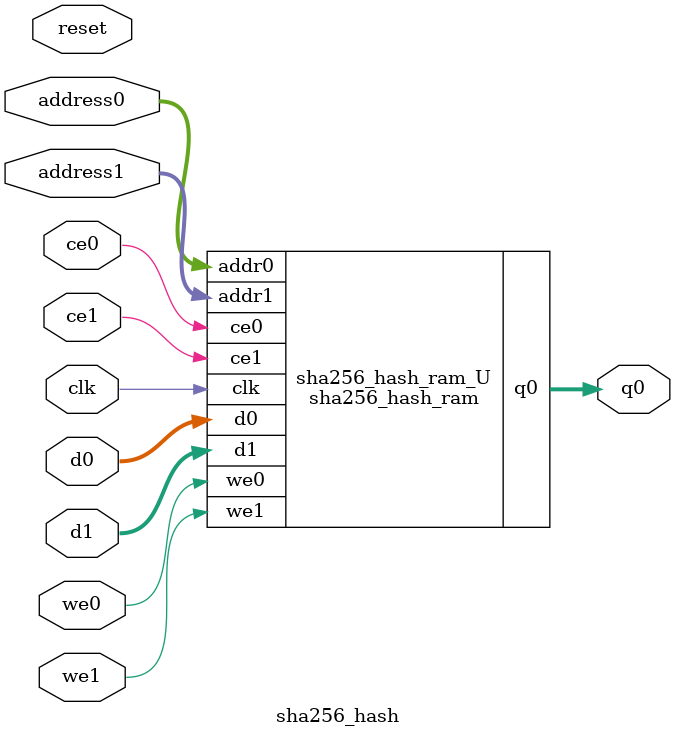
<source format=v>
`timescale 1 ns / 1 ps
module sha256_hash_ram (addr0, ce0, d0, we0, q0, addr1, ce1, d1, we1,  clk);

parameter DWIDTH = 8;
parameter AWIDTH = 5;
parameter MEM_SIZE = 32;

input[AWIDTH-1:0] addr0;
input ce0;
input[DWIDTH-1:0] d0;
input we0;
output reg[DWIDTH-1:0] q0;
input[AWIDTH-1:0] addr1;
input ce1;
input[DWIDTH-1:0] d1;
input we1;
input clk;

reg [DWIDTH-1:0] ram[0:MEM_SIZE-1];




always @(posedge clk)  
begin 
    if (ce0) begin
        if (we0) 
            ram[addr0] <= d0; 
        q0 <= ram[addr0];
    end
end


always @(posedge clk)  
begin 
    if (ce1) begin
        if (we1) 
            ram[addr1] <= d1; 
    end
end


endmodule

`timescale 1 ns / 1 ps
module sha256_hash(
    reset,
    clk,
    address0,
    ce0,
    we0,
    d0,
    q0,
    address1,
    ce1,
    we1,
    d1);

parameter DataWidth = 32'd8;
parameter AddressRange = 32'd32;
parameter AddressWidth = 32'd5;
input reset;
input clk;
input[AddressWidth - 1:0] address0;
input ce0;
input we0;
input[DataWidth - 1:0] d0;
output[DataWidth - 1:0] q0;
input[AddressWidth - 1:0] address1;
input ce1;
input we1;
input[DataWidth - 1:0] d1;



sha256_hash_ram sha256_hash_ram_U(
    .clk( clk ),
    .addr0( address0 ),
    .ce0( ce0 ),
    .we0( we0 ),
    .d0( d0 ),
    .q0( q0 ),
    .addr1( address1 ),
    .ce1( ce1 ),
    .we1( we1 ),
    .d1( d1 ));

endmodule


</source>
